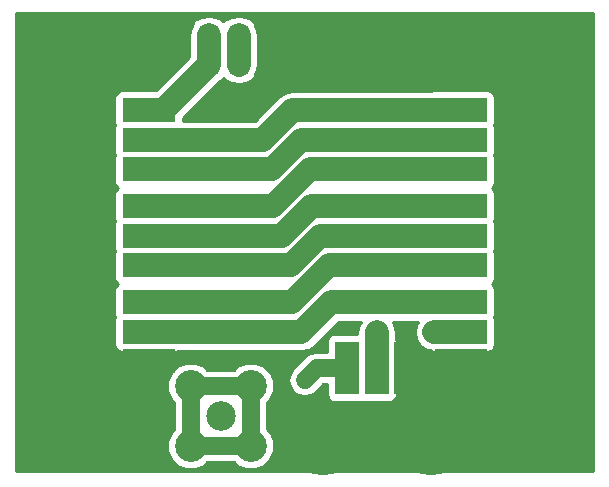
<source format=gbr>
%TF.GenerationSoftware,KiCad,Pcbnew,6.0.4-6f826c9f35~116~ubuntu20.04.1*%
%TF.CreationDate,2022-05-15T21:38:31+00:00*%
%TF.ProjectId,VLFANT01A,564c4641-4e54-4303-9141-2e6b69636164,rev?*%
%TF.SameCoordinates,Original*%
%TF.FileFunction,Copper,L1,Top*%
%TF.FilePolarity,Positive*%
%FSLAX46Y46*%
G04 Gerber Fmt 4.6, Leading zero omitted, Abs format (unit mm)*
G04 Created by KiCad (PCBNEW 6.0.4-6f826c9f35~116~ubuntu20.04.1) date 2022-05-15 21:38:31*
%MOMM*%
%LPD*%
G01*
G04 APERTURE LIST*
%TA.AperFunction,SMDPad,CuDef*%
%ADD10R,4.500000X2.100000*%
%TD*%
%TA.AperFunction,ComponentPad*%
%ADD11C,2.500000*%
%TD*%
%TA.AperFunction,ComponentPad*%
%ADD12C,2.700000*%
%TD*%
%TA.AperFunction,SMDPad,CuDef*%
%ADD13R,2.100000X4.500000*%
%TD*%
%TA.AperFunction,ComponentPad*%
%ADD14R,1.524000X1.524000*%
%TD*%
%TA.AperFunction,ComponentPad*%
%ADD15C,6.000000*%
%TD*%
%TA.AperFunction,ViaPad*%
%ADD16C,0.800000*%
%TD*%
%TA.AperFunction,Conductor*%
%ADD17C,2.000000*%
%TD*%
%TA.AperFunction,Conductor*%
%ADD18C,1.500000*%
%TD*%
%TA.AperFunction,Conductor*%
%ADD19C,0.254000*%
%TD*%
G04 APERTURE END LIST*
D10*
%TO.P,J1,1*%
%TO.N,/OUT1*%
X12192000Y31456000D03*
%TO.P,J1,2*%
%TO.N,/1*%
X12192000Y28956000D03*
%TO.P,J1,3*%
%TO.N,/2*%
X12192000Y26456000D03*
%TD*%
%TO.P,J2,1*%
%TO.N,/5*%
X12192000Y18328000D03*
%TO.P,J2,2*%
%TO.N,/4*%
X12192000Y20828000D03*
%TO.P,J2,3*%
%TO.N,/3*%
X12192000Y23328000D03*
%TD*%
%TO.P,J3,1*%
%TO.N,GND*%
X12192000Y10200000D03*
%TO.P,J3,2*%
%TO.N,/7*%
X12192000Y12700000D03*
%TO.P,J3,3*%
%TO.N,/6*%
X12192000Y15200000D03*
%TD*%
%TO.P,J4,1*%
%TO.N,/1*%
X38608000Y31456000D03*
%TO.P,J4,2*%
%TO.N,/2*%
X38608000Y28956000D03*
%TO.P,J4,3*%
%TO.N,/3*%
X38608000Y26456000D03*
%TD*%
%TO.P,J5,1*%
%TO.N,/4*%
X38608000Y23328000D03*
%TO.P,J5,2*%
%TO.N,/5*%
X38608000Y20828000D03*
%TO.P,J5,3*%
%TO.N,/6*%
X38608000Y18328000D03*
%TD*%
%TO.P,J6,1*%
%TO.N,/7*%
X38608000Y15200000D03*
%TO.P,J6,2*%
%TO.N,/OUT2*%
X38608000Y12700000D03*
%TO.P,J6,3*%
%TO.N,GND*%
X38608000Y10200000D03*
%TD*%
D11*
%TO.P,J7,1*%
%TO.N,/OUT1*%
X18288000Y5588000D03*
D12*
%TO.P,J7,2*%
%TO.N,/OUT2*%
X20828000Y3048000D03*
X20828000Y8128000D03*
X15748000Y8128000D03*
X15748000Y3048000D03*
%TD*%
D13*
%TO.P,J8,1*%
%TO.N,/OUT1*%
X28996000Y9652000D03*
%TO.P,J8,2*%
%TO.N,/OUT2*%
X31496000Y9652000D03*
%TO.P,J8,3*%
%TO.N,GND*%
X33996000Y9652000D03*
%TD*%
D14*
%TO.P,J9,1*%
%TO.N,/OUT1*%
X17272000Y35306000D03*
%TO.P,J9,2*%
X17272000Y37846000D03*
%TO.P,J9,3*%
%TO.N,/OUT2*%
X19812000Y35306000D03*
%TO.P,J9,4*%
X19812000Y37846000D03*
%TO.P,J9,5*%
%TO.N,GND*%
X22352000Y35306000D03*
%TO.P,J9,6*%
X22352000Y37846000D03*
%TD*%
D15*
%TO.P,M1,1*%
%TO.N,GND*%
X45720000Y35560000D03*
%TD*%
%TO.P,M2,1*%
%TO.N,GND*%
X45720000Y5080000D03*
%TD*%
%TO.P,M3,1*%
%TO.N,GND*%
X5080000Y35560000D03*
%TD*%
%TO.P,M4,1*%
%TO.N,GND*%
X5080000Y5080000D03*
%TD*%
%TO.P,M5,1*%
%TO.N,GND*%
X45720000Y25908000D03*
%TD*%
%TO.P,M6,1*%
%TO.N,GND*%
X45720000Y15748000D03*
%TD*%
%TO.P,M7,1*%
%TO.N,GND*%
X5080000Y25908000D03*
%TD*%
%TO.P,M8,1*%
%TO.N,GND*%
X5080000Y15748000D03*
%TD*%
%TO.P,M9,1*%
%TO.N,GND*%
X36068000Y3556000D03*
%TD*%
%TO.P,M10,1*%
%TO.N,GND*%
X26924000Y3556000D03*
%TD*%
D16*
%TO.N,/OUT1*%
X25400000Y8636000D03*
%TO.N,/OUT2*%
X31496000Y12700000D03*
X36068000Y12700000D03*
%TD*%
D17*
%TO.N,/2*%
X34358000Y28956000D02*
X38608000Y28956000D01*
X12192000Y26456000D02*
X22596705Y26456000D01*
X25096705Y28956000D02*
X34358000Y28956000D01*
X22596705Y26456000D02*
X25096705Y28956000D01*
%TO.N,/1*%
X21844000Y28956000D02*
X24344000Y31456000D01*
X24344000Y31456000D02*
X38608000Y31456000D01*
X12192000Y28956000D02*
X21844000Y28956000D01*
%TO.N,/OUT1*%
X17272000Y35306000D02*
X17272000Y37846000D01*
D18*
X26416000Y9652000D02*
X25400000Y8636000D01*
D17*
X12192000Y31456000D02*
X13422000Y31456000D01*
D18*
X28996000Y9652000D02*
X26416000Y9652000D01*
D17*
X13422000Y31456000D02*
X17272000Y35306000D01*
%TO.N,/5*%
X24226819Y18328000D02*
X26726819Y20828000D01*
X34358000Y20828000D02*
X38608000Y20828000D01*
X26726819Y20828000D02*
X34358000Y20828000D01*
X12192000Y18328000D02*
X24226819Y18328000D01*
%TO.N,/4*%
X38608000Y23328000D02*
X25974114Y23328000D01*
X25974114Y23328000D02*
X23474114Y20828000D01*
X12192000Y20828000D02*
X23474114Y20828000D01*
%TO.N,/3*%
X12192000Y23328000D02*
X22721410Y23328000D01*
X25849410Y26456000D02*
X38608000Y26456000D01*
X22721410Y23328000D02*
X25849410Y26456000D01*
%TO.N,/7*%
X27604227Y15200000D02*
X38608000Y15200000D01*
X12192000Y12700000D02*
X25104227Y12700000D01*
X25104227Y12700000D02*
X27604227Y15200000D01*
%TO.N,/6*%
X24351523Y15200000D02*
X27479523Y18328000D01*
X12192000Y15200000D02*
X24351523Y15200000D01*
X27479523Y18328000D02*
X34358000Y18328000D01*
X34358000Y18328000D02*
X38608000Y18328000D01*
%TO.N,/OUT2*%
X38608000Y12700000D02*
X36346001Y12700000D01*
D18*
X15748000Y3048000D02*
X15748000Y8128000D01*
X20828000Y8128000D02*
X20828000Y3048000D01*
X15748000Y8128000D02*
X20828000Y8128000D01*
D17*
X19812000Y37846000D02*
X19812000Y35306000D01*
D18*
X20828000Y3048000D02*
X15748000Y3048000D01*
D17*
X31496000Y9652000D02*
X31496000Y12700000D01*
%TD*%
%TO.N,GND*%
D19*
X49836000Y964000D02*
X964000Y964000D01*
X964000Y7734891D01*
X13762657Y7734891D01*
X14064218Y7005057D01*
X14363000Y6705753D01*
X14363000Y4470182D01*
X14066181Y4173880D01*
X13763346Y3444573D01*
X13762657Y2654891D01*
X14064218Y1925057D01*
X14622120Y1366181D01*
X15351427Y1063346D01*
X16141109Y1062657D01*
X16870943Y1364218D01*
X17170247Y1663000D01*
X19405818Y1663000D01*
X19702120Y1366181D01*
X20431427Y1063346D01*
X21221109Y1062657D01*
X21950943Y1364218D01*
X22509819Y1922120D01*
X22812654Y2651427D01*
X22813343Y3441109D01*
X22511782Y4170943D01*
X22213000Y4470247D01*
X22213000Y6705818D01*
X22509819Y7002120D01*
X22812654Y7731427D01*
X22813343Y8521109D01*
X22511782Y9250943D01*
X21953880Y9809819D01*
X21224573Y10112654D01*
X20434891Y10113343D01*
X19705057Y9811782D01*
X19405753Y9513000D01*
X17170182Y9513000D01*
X16873880Y9809819D01*
X16144573Y10112654D01*
X15354891Y10113343D01*
X14625057Y9811782D01*
X14066181Y9253880D01*
X13763346Y8524573D01*
X13762657Y7734891D01*
X964000Y7734891D01*
X964000Y32506000D01*
X9294560Y32506000D01*
X9294560Y30406000D01*
X9333574Y30198658D01*
X9294560Y30006000D01*
X9294560Y27906000D01*
X9333574Y27698658D01*
X9294560Y27506000D01*
X9294560Y25406000D01*
X9338838Y25170683D01*
X9477910Y24954559D01*
X9568815Y24892446D01*
X9490559Y24842090D01*
X9345569Y24629890D01*
X9294560Y24378000D01*
X9294560Y22278000D01*
X9333574Y22070658D01*
X9294560Y21878000D01*
X9294560Y19778000D01*
X9333574Y19570658D01*
X9294560Y19378000D01*
X9294560Y17278000D01*
X9338838Y17042683D01*
X9477910Y16826559D01*
X9568815Y16764446D01*
X9490559Y16714090D01*
X9345569Y16501890D01*
X9294560Y16250000D01*
X9294560Y14150000D01*
X9333574Y13942658D01*
X9294560Y13750000D01*
X9294560Y11650000D01*
X9338838Y11414683D01*
X9477910Y11198559D01*
X9690110Y11053569D01*
X9942000Y11002560D01*
X14442000Y11002560D01*
X14677317Y11046838D01*
X14705542Y11065000D01*
X25104222Y11065000D01*
X25104227Y11064999D01*
X25729915Y11189457D01*
X26260347Y11543880D01*
X28281467Y13565000D01*
X30145360Y13565000D01*
X29985457Y13325687D01*
X29861000Y12700000D01*
X29861000Y12549440D01*
X27946000Y12549440D01*
X27710683Y12505162D01*
X27494559Y12366090D01*
X27349569Y12153890D01*
X27298560Y11902000D01*
X27298560Y11037000D01*
X26416000Y11037000D01*
X25885983Y10931573D01*
X25436657Y10631343D01*
X24420657Y9615343D01*
X24120427Y9166016D01*
X24015000Y8636000D01*
X24120427Y8105984D01*
X24420657Y7656657D01*
X24869984Y7356427D01*
X25400000Y7251000D01*
X25930016Y7356427D01*
X26379343Y7656657D01*
X26989686Y8267000D01*
X27298560Y8267000D01*
X27298560Y7402000D01*
X27342838Y7166683D01*
X27481910Y6950559D01*
X27694110Y6805569D01*
X27946000Y6754560D01*
X30046000Y6754560D01*
X30253342Y6793574D01*
X30446000Y6754560D01*
X32546000Y6754560D01*
X32781317Y6798838D01*
X32997441Y6937910D01*
X33142431Y7150110D01*
X33193440Y7402000D01*
X33193440Y11902000D01*
X33149162Y12137317D01*
X33131000Y12165542D01*
X33131000Y12700000D01*
X33006543Y13325687D01*
X32846640Y13565000D01*
X34995361Y13565000D01*
X34835458Y13325687D01*
X34711001Y12700000D01*
X34835458Y12074313D01*
X35189881Y11543880D01*
X35720314Y11189457D01*
X35983993Y11137008D01*
X36106110Y11053569D01*
X36358000Y11002560D01*
X40858000Y11002560D01*
X41093317Y11046838D01*
X41309441Y11185910D01*
X41454431Y11398110D01*
X41505440Y11650000D01*
X41505440Y13750000D01*
X41466426Y13957342D01*
X41505440Y14150000D01*
X41505440Y16250000D01*
X41461162Y16485317D01*
X41322090Y16701441D01*
X41231185Y16763554D01*
X41309441Y16813910D01*
X41454431Y17026110D01*
X41505440Y17278000D01*
X41505440Y19378000D01*
X41466426Y19585342D01*
X41505440Y19778000D01*
X41505440Y21878000D01*
X41466426Y22085342D01*
X41505440Y22278000D01*
X41505440Y24378000D01*
X41461162Y24613317D01*
X41322090Y24829441D01*
X41231185Y24891554D01*
X41309441Y24941910D01*
X41454431Y25154110D01*
X41505440Y25406000D01*
X41505440Y27506000D01*
X41466426Y27713342D01*
X41505440Y27906000D01*
X41505440Y30006000D01*
X41466426Y30213342D01*
X41505440Y30406000D01*
X41505440Y32506000D01*
X41461162Y32741317D01*
X41322090Y32957441D01*
X41109890Y33102431D01*
X40858000Y33153440D01*
X36358000Y33153440D01*
X36122683Y33109162D01*
X36094458Y33091000D01*
X24344005Y33091000D01*
X24344000Y33091001D01*
X23718312Y32966543D01*
X23187880Y32612120D01*
X21166760Y30591000D01*
X15089440Y30591000D01*
X15089440Y30811200D01*
X18207433Y33929194D01*
X18269317Y33940838D01*
X18485441Y34079910D01*
X18541374Y34161770D01*
X18585910Y34092559D01*
X18798110Y33947569D01*
X19028479Y33900918D01*
X19186313Y33795457D01*
X19812000Y33671000D01*
X20437687Y33795457D01*
X20594878Y33900489D01*
X20809317Y33940838D01*
X21025441Y34079910D01*
X21170431Y34292110D01*
X21217082Y34522479D01*
X21322543Y34680313D01*
X21447000Y35306000D01*
X21447000Y37846000D01*
X21322543Y38471687D01*
X21217511Y38628878D01*
X21177162Y38843317D01*
X21038090Y39059441D01*
X20825890Y39204431D01*
X20595521Y39251082D01*
X20437687Y39356543D01*
X19812000Y39481000D01*
X19186313Y39356543D01*
X19029122Y39251511D01*
X18814683Y39211162D01*
X18598559Y39072090D01*
X18542626Y38990230D01*
X18498090Y39059441D01*
X18285890Y39204431D01*
X18055521Y39251082D01*
X17897687Y39356543D01*
X17272000Y39481000D01*
X16646313Y39356543D01*
X16489122Y39251511D01*
X16274683Y39211162D01*
X16058559Y39072090D01*
X15913569Y38859890D01*
X15866918Y38629521D01*
X15761457Y38471687D01*
X15637000Y37846000D01*
X15637000Y35983239D01*
X12807200Y33153440D01*
X9942000Y33153440D01*
X9706683Y33109162D01*
X9490559Y32970090D01*
X9345569Y32757890D01*
X9294560Y32506000D01*
X964000Y32506000D01*
X964000Y39676000D01*
X49836000Y39676000D01*
X49836000Y964000D01*
X49836000Y964000D02*
X49836000Y39676000D01*
%TA.AperFunction,Conductor*%
G36*
X49836000Y964000D02*
G01*
X964000Y964000D01*
X964000Y7734891D01*
X13762657Y7734891D01*
X14064218Y7005057D01*
X14363000Y6705753D01*
X14363000Y4470182D01*
X14066181Y4173880D01*
X13763346Y3444573D01*
X13762657Y2654891D01*
X14064218Y1925057D01*
X14622120Y1366181D01*
X15351427Y1063346D01*
X16141109Y1062657D01*
X16870943Y1364218D01*
X17170247Y1663000D01*
X19405818Y1663000D01*
X19702120Y1366181D01*
X20431427Y1063346D01*
X21221109Y1062657D01*
X21950943Y1364218D01*
X22509819Y1922120D01*
X22812654Y2651427D01*
X22813343Y3441109D01*
X22511782Y4170943D01*
X22213000Y4470247D01*
X22213000Y6705818D01*
X22509819Y7002120D01*
X22812654Y7731427D01*
X22813343Y8521109D01*
X22511782Y9250943D01*
X21953880Y9809819D01*
X21224573Y10112654D01*
X20434891Y10113343D01*
X19705057Y9811782D01*
X19405753Y9513000D01*
X17170182Y9513000D01*
X16873880Y9809819D01*
X16144573Y10112654D01*
X15354891Y10113343D01*
X14625057Y9811782D01*
X14066181Y9253880D01*
X13763346Y8524573D01*
X13762657Y7734891D01*
X964000Y7734891D01*
X964000Y32506000D01*
X9294560Y32506000D01*
X9294560Y30406000D01*
X9333574Y30198658D01*
X9294560Y30006000D01*
X9294560Y27906000D01*
X9333574Y27698658D01*
X9294560Y27506000D01*
X9294560Y25406000D01*
X9338838Y25170683D01*
X9477910Y24954559D01*
X9568815Y24892446D01*
X9490559Y24842090D01*
X9345569Y24629890D01*
X9294560Y24378000D01*
X9294560Y22278000D01*
X9333574Y22070658D01*
X9294560Y21878000D01*
X9294560Y19778000D01*
X9333574Y19570658D01*
X9294560Y19378000D01*
X9294560Y17278000D01*
X9338838Y17042683D01*
X9477910Y16826559D01*
X9568815Y16764446D01*
X9490559Y16714090D01*
X9345569Y16501890D01*
X9294560Y16250000D01*
X9294560Y14150000D01*
X9333574Y13942658D01*
X9294560Y13750000D01*
X9294560Y11650000D01*
X9338838Y11414683D01*
X9477910Y11198559D01*
X9690110Y11053569D01*
X9942000Y11002560D01*
X14442000Y11002560D01*
X14677317Y11046838D01*
X14705542Y11065000D01*
X25104222Y11065000D01*
X25104227Y11064999D01*
X25729915Y11189457D01*
X26260347Y11543880D01*
X28281467Y13565000D01*
X30145360Y13565000D01*
X29985457Y13325687D01*
X29861000Y12700000D01*
X29861000Y12549440D01*
X27946000Y12549440D01*
X27710683Y12505162D01*
X27494559Y12366090D01*
X27349569Y12153890D01*
X27298560Y11902000D01*
X27298560Y11037000D01*
X26416000Y11037000D01*
X25885983Y10931573D01*
X25436657Y10631343D01*
X24420657Y9615343D01*
X24120427Y9166016D01*
X24015000Y8636000D01*
X24120427Y8105984D01*
X24420657Y7656657D01*
X24869984Y7356427D01*
X25400000Y7251000D01*
X25930016Y7356427D01*
X26379343Y7656657D01*
X26989686Y8267000D01*
X27298560Y8267000D01*
X27298560Y7402000D01*
X27342838Y7166683D01*
X27481910Y6950559D01*
X27694110Y6805569D01*
X27946000Y6754560D01*
X30046000Y6754560D01*
X30253342Y6793574D01*
X30446000Y6754560D01*
X32546000Y6754560D01*
X32781317Y6798838D01*
X32997441Y6937910D01*
X33142431Y7150110D01*
X33193440Y7402000D01*
X33193440Y11902000D01*
X33149162Y12137317D01*
X33131000Y12165542D01*
X33131000Y12700000D01*
X33006543Y13325687D01*
X32846640Y13565000D01*
X34995361Y13565000D01*
X34835458Y13325687D01*
X34711001Y12700000D01*
X34835458Y12074313D01*
X35189881Y11543880D01*
X35720314Y11189457D01*
X35983993Y11137008D01*
X36106110Y11053569D01*
X36358000Y11002560D01*
X40858000Y11002560D01*
X41093317Y11046838D01*
X41309441Y11185910D01*
X41454431Y11398110D01*
X41505440Y11650000D01*
X41505440Y13750000D01*
X41466426Y13957342D01*
X41505440Y14150000D01*
X41505440Y16250000D01*
X41461162Y16485317D01*
X41322090Y16701441D01*
X41231185Y16763554D01*
X41309441Y16813910D01*
X41454431Y17026110D01*
X41505440Y17278000D01*
X41505440Y19378000D01*
X41466426Y19585342D01*
X41505440Y19778000D01*
X41505440Y21878000D01*
X41466426Y22085342D01*
X41505440Y22278000D01*
X41505440Y24378000D01*
X41461162Y24613317D01*
X41322090Y24829441D01*
X41231185Y24891554D01*
X41309441Y24941910D01*
X41454431Y25154110D01*
X41505440Y25406000D01*
X41505440Y27506000D01*
X41466426Y27713342D01*
X41505440Y27906000D01*
X41505440Y30006000D01*
X41466426Y30213342D01*
X41505440Y30406000D01*
X41505440Y32506000D01*
X41461162Y32741317D01*
X41322090Y32957441D01*
X41109890Y33102431D01*
X40858000Y33153440D01*
X36358000Y33153440D01*
X36122683Y33109162D01*
X36094458Y33091000D01*
X24344005Y33091000D01*
X24344000Y33091001D01*
X23718312Y32966543D01*
X23187880Y32612120D01*
X21166760Y30591000D01*
X15089440Y30591000D01*
X15089440Y30811200D01*
X18207433Y33929194D01*
X18269317Y33940838D01*
X18485441Y34079910D01*
X18541374Y34161770D01*
X18585910Y34092559D01*
X18798110Y33947569D01*
X19028479Y33900918D01*
X19186313Y33795457D01*
X19812000Y33671000D01*
X20437687Y33795457D01*
X20594878Y33900489D01*
X20809317Y33940838D01*
X21025441Y34079910D01*
X21170431Y34292110D01*
X21217082Y34522479D01*
X21322543Y34680313D01*
X21447000Y35306000D01*
X21447000Y37846000D01*
X21322543Y38471687D01*
X21217511Y38628878D01*
X21177162Y38843317D01*
X21038090Y39059441D01*
X20825890Y39204431D01*
X20595521Y39251082D01*
X20437687Y39356543D01*
X19812000Y39481000D01*
X19186313Y39356543D01*
X19029122Y39251511D01*
X18814683Y39211162D01*
X18598559Y39072090D01*
X18542626Y38990230D01*
X18498090Y39059441D01*
X18285890Y39204431D01*
X18055521Y39251082D01*
X17897687Y39356543D01*
X17272000Y39481000D01*
X16646313Y39356543D01*
X16489122Y39251511D01*
X16274683Y39211162D01*
X16058559Y39072090D01*
X15913569Y38859890D01*
X15866918Y38629521D01*
X15761457Y38471687D01*
X15637000Y37846000D01*
X15637000Y35983239D01*
X12807200Y33153440D01*
X9942000Y33153440D01*
X9706683Y33109162D01*
X9490559Y32970090D01*
X9345569Y32757890D01*
X9294560Y32506000D01*
X964000Y32506000D01*
X964000Y39676000D01*
X49836000Y39676000D01*
X49836000Y964000D01*
G37*
%TD.AperFunction*%
%TD*%
M02*

</source>
